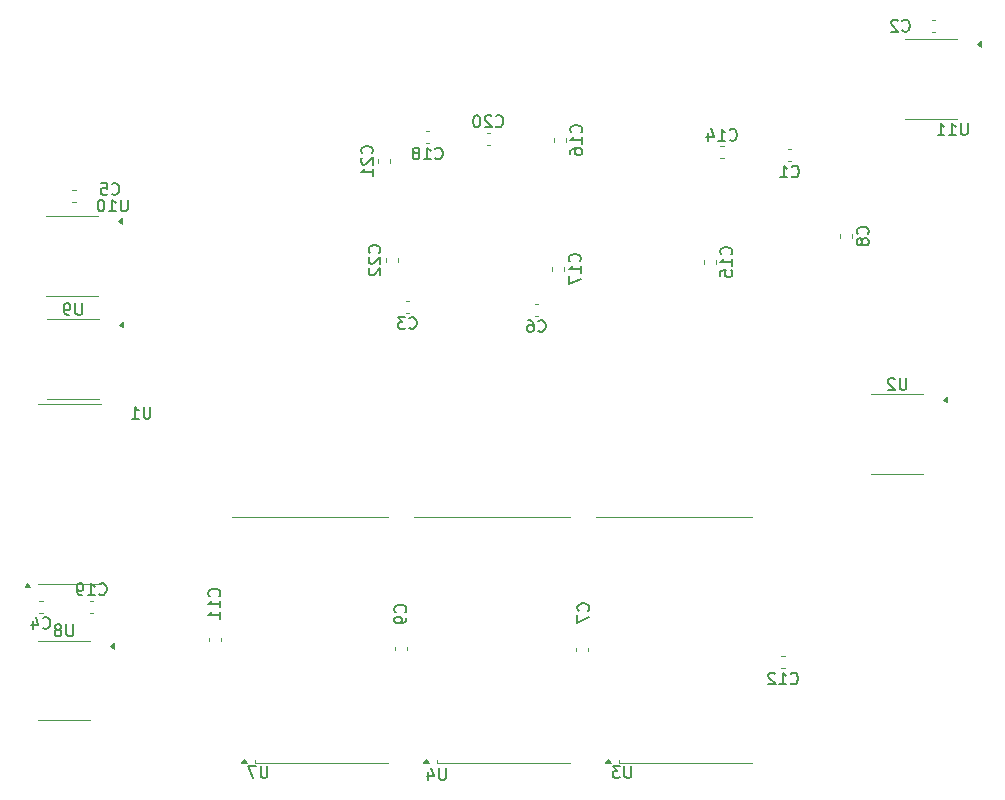
<source format=gbr>
%TF.GenerationSoftware,KiCad,Pcbnew,8.0.7-8.0.7-0~ubuntu22.04.1*%
%TF.CreationDate,2025-01-29T21:42:36+01:00*%
%TF.ProjectId,VideoBoard_v1,56696465-6f42-46f6-9172-645f76312e6b,rev?*%
%TF.SameCoordinates,Original*%
%TF.FileFunction,Legend,Bot*%
%TF.FilePolarity,Positive*%
%FSLAX46Y46*%
G04 Gerber Fmt 4.6, Leading zero omitted, Abs format (unit mm)*
G04 Created by KiCad (PCBNEW 8.0.7-8.0.7-0~ubuntu22.04.1) date 2025-01-29 21:42:36*
%MOMM*%
%LPD*%
G01*
G04 APERTURE LIST*
%ADD10C,0.150000*%
%ADD11C,0.120000*%
G04 APERTURE END LIST*
D10*
X96646904Y-126962819D02*
X96646904Y-127772342D01*
X96646904Y-127772342D02*
X96599285Y-127867580D01*
X96599285Y-127867580D02*
X96551666Y-127915200D01*
X96551666Y-127915200D02*
X96456428Y-127962819D01*
X96456428Y-127962819D02*
X96265952Y-127962819D01*
X96265952Y-127962819D02*
X96170714Y-127915200D01*
X96170714Y-127915200D02*
X96123095Y-127867580D01*
X96123095Y-127867580D02*
X96075476Y-127772342D01*
X96075476Y-127772342D02*
X96075476Y-126962819D01*
X95170714Y-127296152D02*
X95170714Y-127962819D01*
X95408809Y-126915200D02*
X95646904Y-127629485D01*
X95646904Y-127629485D02*
X95027857Y-127629485D01*
X120657857Y-73732580D02*
X120705476Y-73780200D01*
X120705476Y-73780200D02*
X120848333Y-73827819D01*
X120848333Y-73827819D02*
X120943571Y-73827819D01*
X120943571Y-73827819D02*
X121086428Y-73780200D01*
X121086428Y-73780200D02*
X121181666Y-73684961D01*
X121181666Y-73684961D02*
X121229285Y-73589723D01*
X121229285Y-73589723D02*
X121276904Y-73399247D01*
X121276904Y-73399247D02*
X121276904Y-73256390D01*
X121276904Y-73256390D02*
X121229285Y-73065914D01*
X121229285Y-73065914D02*
X121181666Y-72970676D01*
X121181666Y-72970676D02*
X121086428Y-72875438D01*
X121086428Y-72875438D02*
X120943571Y-72827819D01*
X120943571Y-72827819D02*
X120848333Y-72827819D01*
X120848333Y-72827819D02*
X120705476Y-72875438D01*
X120705476Y-72875438D02*
X120657857Y-72923057D01*
X119705476Y-73827819D02*
X120276904Y-73827819D01*
X119991190Y-73827819D02*
X119991190Y-72827819D01*
X119991190Y-72827819D02*
X120086428Y-72970676D01*
X120086428Y-72970676D02*
X120181666Y-73065914D01*
X120181666Y-73065914D02*
X120276904Y-73113533D01*
X118848333Y-73161152D02*
X118848333Y-73827819D01*
X119086428Y-72780200D02*
X119324523Y-73494485D01*
X119324523Y-73494485D02*
X118705476Y-73494485D01*
X135635904Y-93933819D02*
X135635904Y-94743342D01*
X135635904Y-94743342D02*
X135588285Y-94838580D01*
X135588285Y-94838580D02*
X135540666Y-94886200D01*
X135540666Y-94886200D02*
X135445428Y-94933819D01*
X135445428Y-94933819D02*
X135254952Y-94933819D01*
X135254952Y-94933819D02*
X135159714Y-94886200D01*
X135159714Y-94886200D02*
X135112095Y-94838580D01*
X135112095Y-94838580D02*
X135064476Y-94743342D01*
X135064476Y-94743342D02*
X135064476Y-93933819D01*
X134635904Y-94029057D02*
X134588285Y-93981438D01*
X134588285Y-93981438D02*
X134493047Y-93933819D01*
X134493047Y-93933819D02*
X134254952Y-93933819D01*
X134254952Y-93933819D02*
X134159714Y-93981438D01*
X134159714Y-93981438D02*
X134112095Y-94029057D01*
X134112095Y-94029057D02*
X134064476Y-94124295D01*
X134064476Y-94124295D02*
X134064476Y-94219533D01*
X134064476Y-94219533D02*
X134112095Y-94362390D01*
X134112095Y-94362390D02*
X134683523Y-94933819D01*
X134683523Y-94933819D02*
X134064476Y-94933819D01*
X125923166Y-76846580D02*
X125970785Y-76894200D01*
X125970785Y-76894200D02*
X126113642Y-76941819D01*
X126113642Y-76941819D02*
X126208880Y-76941819D01*
X126208880Y-76941819D02*
X126351737Y-76894200D01*
X126351737Y-76894200D02*
X126446975Y-76798961D01*
X126446975Y-76798961D02*
X126494594Y-76703723D01*
X126494594Y-76703723D02*
X126542213Y-76513247D01*
X126542213Y-76513247D02*
X126542213Y-76370390D01*
X126542213Y-76370390D02*
X126494594Y-76179914D01*
X126494594Y-76179914D02*
X126446975Y-76084676D01*
X126446975Y-76084676D02*
X126351737Y-75989438D01*
X126351737Y-75989438D02*
X126208880Y-75941819D01*
X126208880Y-75941819D02*
X126113642Y-75941819D01*
X126113642Y-75941819D02*
X125970785Y-75989438D01*
X125970785Y-75989438D02*
X125923166Y-76037057D01*
X124970785Y-76941819D02*
X125542213Y-76941819D01*
X125256499Y-76941819D02*
X125256499Y-75941819D01*
X125256499Y-75941819D02*
X125351737Y-76084676D01*
X125351737Y-76084676D02*
X125446975Y-76179914D01*
X125446975Y-76179914D02*
X125542213Y-76227533D01*
X132345580Y-81721833D02*
X132393200Y-81674214D01*
X132393200Y-81674214D02*
X132440819Y-81531357D01*
X132440819Y-81531357D02*
X132440819Y-81436119D01*
X132440819Y-81436119D02*
X132393200Y-81293262D01*
X132393200Y-81293262D02*
X132297961Y-81198024D01*
X132297961Y-81198024D02*
X132202723Y-81150405D01*
X132202723Y-81150405D02*
X132012247Y-81102786D01*
X132012247Y-81102786D02*
X131869390Y-81102786D01*
X131869390Y-81102786D02*
X131678914Y-81150405D01*
X131678914Y-81150405D02*
X131583676Y-81198024D01*
X131583676Y-81198024D02*
X131488438Y-81293262D01*
X131488438Y-81293262D02*
X131440819Y-81436119D01*
X131440819Y-81436119D02*
X131440819Y-81531357D01*
X131440819Y-81531357D02*
X131488438Y-81674214D01*
X131488438Y-81674214D02*
X131536057Y-81721833D01*
X131869390Y-82293262D02*
X131821771Y-82198024D01*
X131821771Y-82198024D02*
X131774152Y-82150405D01*
X131774152Y-82150405D02*
X131678914Y-82102786D01*
X131678914Y-82102786D02*
X131631295Y-82102786D01*
X131631295Y-82102786D02*
X131536057Y-82150405D01*
X131536057Y-82150405D02*
X131488438Y-82198024D01*
X131488438Y-82198024D02*
X131440819Y-82293262D01*
X131440819Y-82293262D02*
X131440819Y-82483738D01*
X131440819Y-82483738D02*
X131488438Y-82578976D01*
X131488438Y-82578976D02*
X131536057Y-82626595D01*
X131536057Y-82626595D02*
X131631295Y-82674214D01*
X131631295Y-82674214D02*
X131678914Y-82674214D01*
X131678914Y-82674214D02*
X131774152Y-82626595D01*
X131774152Y-82626595D02*
X131821771Y-82578976D01*
X131821771Y-82578976D02*
X131869390Y-82483738D01*
X131869390Y-82483738D02*
X131869390Y-82293262D01*
X131869390Y-82293262D02*
X131917009Y-82198024D01*
X131917009Y-82198024D02*
X131964628Y-82150405D01*
X131964628Y-82150405D02*
X132059866Y-82102786D01*
X132059866Y-82102786D02*
X132250342Y-82102786D01*
X132250342Y-82102786D02*
X132345580Y-82150405D01*
X132345580Y-82150405D02*
X132393200Y-82198024D01*
X132393200Y-82198024D02*
X132440819Y-82293262D01*
X132440819Y-82293262D02*
X132440819Y-82483738D01*
X132440819Y-82483738D02*
X132393200Y-82578976D01*
X132393200Y-82578976D02*
X132345580Y-82626595D01*
X132345580Y-82626595D02*
X132250342Y-82674214D01*
X132250342Y-82674214D02*
X132059866Y-82674214D01*
X132059866Y-82674214D02*
X131964628Y-82626595D01*
X131964628Y-82626595D02*
X131917009Y-82578976D01*
X131917009Y-82578976D02*
X131869390Y-82483738D01*
X65852404Y-87583819D02*
X65852404Y-88393342D01*
X65852404Y-88393342D02*
X65804785Y-88488580D01*
X65804785Y-88488580D02*
X65757166Y-88536200D01*
X65757166Y-88536200D02*
X65661928Y-88583819D01*
X65661928Y-88583819D02*
X65471452Y-88583819D01*
X65471452Y-88583819D02*
X65376214Y-88536200D01*
X65376214Y-88536200D02*
X65328595Y-88488580D01*
X65328595Y-88488580D02*
X65280976Y-88393342D01*
X65280976Y-88393342D02*
X65280976Y-87583819D01*
X64757166Y-88583819D02*
X64566690Y-88583819D01*
X64566690Y-88583819D02*
X64471452Y-88536200D01*
X64471452Y-88536200D02*
X64423833Y-88488580D01*
X64423833Y-88488580D02*
X64328595Y-88345723D01*
X64328595Y-88345723D02*
X64280976Y-88155247D01*
X64280976Y-88155247D02*
X64280976Y-87774295D01*
X64280976Y-87774295D02*
X64328595Y-87679057D01*
X64328595Y-87679057D02*
X64376214Y-87631438D01*
X64376214Y-87631438D02*
X64471452Y-87583819D01*
X64471452Y-87583819D02*
X64661928Y-87583819D01*
X64661928Y-87583819D02*
X64757166Y-87631438D01*
X64757166Y-87631438D02*
X64804785Y-87679057D01*
X64804785Y-87679057D02*
X64852404Y-87774295D01*
X64852404Y-87774295D02*
X64852404Y-88012390D01*
X64852404Y-88012390D02*
X64804785Y-88107628D01*
X64804785Y-88107628D02*
X64757166Y-88155247D01*
X64757166Y-88155247D02*
X64661928Y-88202866D01*
X64661928Y-88202866D02*
X64471452Y-88202866D01*
X64471452Y-88202866D02*
X64376214Y-88155247D01*
X64376214Y-88155247D02*
X64328595Y-88107628D01*
X64328595Y-88107628D02*
X64280976Y-88012390D01*
X77448580Y-112387142D02*
X77496200Y-112339523D01*
X77496200Y-112339523D02*
X77543819Y-112196666D01*
X77543819Y-112196666D02*
X77543819Y-112101428D01*
X77543819Y-112101428D02*
X77496200Y-111958571D01*
X77496200Y-111958571D02*
X77400961Y-111863333D01*
X77400961Y-111863333D02*
X77305723Y-111815714D01*
X77305723Y-111815714D02*
X77115247Y-111768095D01*
X77115247Y-111768095D02*
X76972390Y-111768095D01*
X76972390Y-111768095D02*
X76781914Y-111815714D01*
X76781914Y-111815714D02*
X76686676Y-111863333D01*
X76686676Y-111863333D02*
X76591438Y-111958571D01*
X76591438Y-111958571D02*
X76543819Y-112101428D01*
X76543819Y-112101428D02*
X76543819Y-112196666D01*
X76543819Y-112196666D02*
X76591438Y-112339523D01*
X76591438Y-112339523D02*
X76639057Y-112387142D01*
X77543819Y-113339523D02*
X77543819Y-112768095D01*
X77543819Y-113053809D02*
X76543819Y-113053809D01*
X76543819Y-113053809D02*
X76686676Y-112958571D01*
X76686676Y-112958571D02*
X76781914Y-112863333D01*
X76781914Y-112863333D02*
X76829533Y-112768095D01*
X77543819Y-114291904D02*
X77543819Y-113720476D01*
X77543819Y-114006190D02*
X76543819Y-114006190D01*
X76543819Y-114006190D02*
X76686676Y-113910952D01*
X76686676Y-113910952D02*
X76781914Y-113815714D01*
X76781914Y-113815714D02*
X76829533Y-113720476D01*
X68365666Y-78337580D02*
X68413285Y-78385200D01*
X68413285Y-78385200D02*
X68556142Y-78432819D01*
X68556142Y-78432819D02*
X68651380Y-78432819D01*
X68651380Y-78432819D02*
X68794237Y-78385200D01*
X68794237Y-78385200D02*
X68889475Y-78289961D01*
X68889475Y-78289961D02*
X68937094Y-78194723D01*
X68937094Y-78194723D02*
X68984713Y-78004247D01*
X68984713Y-78004247D02*
X68984713Y-77861390D01*
X68984713Y-77861390D02*
X68937094Y-77670914D01*
X68937094Y-77670914D02*
X68889475Y-77575676D01*
X68889475Y-77575676D02*
X68794237Y-77480438D01*
X68794237Y-77480438D02*
X68651380Y-77432819D01*
X68651380Y-77432819D02*
X68556142Y-77432819D01*
X68556142Y-77432819D02*
X68413285Y-77480438D01*
X68413285Y-77480438D02*
X68365666Y-77528057D01*
X67460904Y-77432819D02*
X67937094Y-77432819D01*
X67937094Y-77432819D02*
X67984713Y-77909009D01*
X67984713Y-77909009D02*
X67937094Y-77861390D01*
X67937094Y-77861390D02*
X67841856Y-77813771D01*
X67841856Y-77813771D02*
X67603761Y-77813771D01*
X67603761Y-77813771D02*
X67508523Y-77861390D01*
X67508523Y-77861390D02*
X67460904Y-77909009D01*
X67460904Y-77909009D02*
X67413285Y-78004247D01*
X67413285Y-78004247D02*
X67413285Y-78242342D01*
X67413285Y-78242342D02*
X67460904Y-78337580D01*
X67460904Y-78337580D02*
X67508523Y-78385200D01*
X67508523Y-78385200D02*
X67603761Y-78432819D01*
X67603761Y-78432819D02*
X67841856Y-78432819D01*
X67841856Y-78432819D02*
X67937094Y-78385200D01*
X67937094Y-78385200D02*
X67984713Y-78337580D01*
X69691094Y-78820819D02*
X69691094Y-79630342D01*
X69691094Y-79630342D02*
X69643475Y-79725580D01*
X69643475Y-79725580D02*
X69595856Y-79773200D01*
X69595856Y-79773200D02*
X69500618Y-79820819D01*
X69500618Y-79820819D02*
X69310142Y-79820819D01*
X69310142Y-79820819D02*
X69214904Y-79773200D01*
X69214904Y-79773200D02*
X69167285Y-79725580D01*
X69167285Y-79725580D02*
X69119666Y-79630342D01*
X69119666Y-79630342D02*
X69119666Y-78820819D01*
X68119666Y-79820819D02*
X68691094Y-79820819D01*
X68405380Y-79820819D02*
X68405380Y-78820819D01*
X68405380Y-78820819D02*
X68500618Y-78963676D01*
X68500618Y-78963676D02*
X68595856Y-79058914D01*
X68595856Y-79058914D02*
X68691094Y-79106533D01*
X67500618Y-78820819D02*
X67405380Y-78820819D01*
X67405380Y-78820819D02*
X67310142Y-78868438D01*
X67310142Y-78868438D02*
X67262523Y-78916057D01*
X67262523Y-78916057D02*
X67214904Y-79011295D01*
X67214904Y-79011295D02*
X67167285Y-79201771D01*
X67167285Y-79201771D02*
X67167285Y-79439866D01*
X67167285Y-79439866D02*
X67214904Y-79630342D01*
X67214904Y-79630342D02*
X67262523Y-79725580D01*
X67262523Y-79725580D02*
X67310142Y-79773200D01*
X67310142Y-79773200D02*
X67405380Y-79820819D01*
X67405380Y-79820819D02*
X67500618Y-79820819D01*
X67500618Y-79820819D02*
X67595856Y-79773200D01*
X67595856Y-79773200D02*
X67643475Y-79725580D01*
X67643475Y-79725580D02*
X67691094Y-79630342D01*
X67691094Y-79630342D02*
X67738713Y-79439866D01*
X67738713Y-79439866D02*
X67738713Y-79201771D01*
X67738713Y-79201771D02*
X67691094Y-79011295D01*
X67691094Y-79011295D02*
X67643475Y-78916057D01*
X67643475Y-78916057D02*
X67595856Y-78868438D01*
X67595856Y-78868438D02*
X67500618Y-78820819D01*
X107961580Y-84039642D02*
X108009200Y-83992023D01*
X108009200Y-83992023D02*
X108056819Y-83849166D01*
X108056819Y-83849166D02*
X108056819Y-83753928D01*
X108056819Y-83753928D02*
X108009200Y-83611071D01*
X108009200Y-83611071D02*
X107913961Y-83515833D01*
X107913961Y-83515833D02*
X107818723Y-83468214D01*
X107818723Y-83468214D02*
X107628247Y-83420595D01*
X107628247Y-83420595D02*
X107485390Y-83420595D01*
X107485390Y-83420595D02*
X107294914Y-83468214D01*
X107294914Y-83468214D02*
X107199676Y-83515833D01*
X107199676Y-83515833D02*
X107104438Y-83611071D01*
X107104438Y-83611071D02*
X107056819Y-83753928D01*
X107056819Y-83753928D02*
X107056819Y-83849166D01*
X107056819Y-83849166D02*
X107104438Y-83992023D01*
X107104438Y-83992023D02*
X107152057Y-84039642D01*
X108056819Y-84992023D02*
X108056819Y-84420595D01*
X108056819Y-84706309D02*
X107056819Y-84706309D01*
X107056819Y-84706309D02*
X107199676Y-84611071D01*
X107199676Y-84611071D02*
X107294914Y-84515833D01*
X107294914Y-84515833D02*
X107342533Y-84420595D01*
X107056819Y-85325357D02*
X107056819Y-85992023D01*
X107056819Y-85992023D02*
X108056819Y-85563452D01*
X108088580Y-73117642D02*
X108136200Y-73070023D01*
X108136200Y-73070023D02*
X108183819Y-72927166D01*
X108183819Y-72927166D02*
X108183819Y-72831928D01*
X108183819Y-72831928D02*
X108136200Y-72689071D01*
X108136200Y-72689071D02*
X108040961Y-72593833D01*
X108040961Y-72593833D02*
X107945723Y-72546214D01*
X107945723Y-72546214D02*
X107755247Y-72498595D01*
X107755247Y-72498595D02*
X107612390Y-72498595D01*
X107612390Y-72498595D02*
X107421914Y-72546214D01*
X107421914Y-72546214D02*
X107326676Y-72593833D01*
X107326676Y-72593833D02*
X107231438Y-72689071D01*
X107231438Y-72689071D02*
X107183819Y-72831928D01*
X107183819Y-72831928D02*
X107183819Y-72927166D01*
X107183819Y-72927166D02*
X107231438Y-73070023D01*
X107231438Y-73070023D02*
X107279057Y-73117642D01*
X108183819Y-74070023D02*
X108183819Y-73498595D01*
X108183819Y-73784309D02*
X107183819Y-73784309D01*
X107183819Y-73784309D02*
X107326676Y-73689071D01*
X107326676Y-73689071D02*
X107421914Y-73593833D01*
X107421914Y-73593833D02*
X107469533Y-73498595D01*
X107183819Y-74927166D02*
X107183819Y-74736690D01*
X107183819Y-74736690D02*
X107231438Y-74641452D01*
X107231438Y-74641452D02*
X107279057Y-74593833D01*
X107279057Y-74593833D02*
X107421914Y-74498595D01*
X107421914Y-74498595D02*
X107612390Y-74450976D01*
X107612390Y-74450976D02*
X107993342Y-74450976D01*
X107993342Y-74450976D02*
X108088580Y-74498595D01*
X108088580Y-74498595D02*
X108136200Y-74546214D01*
X108136200Y-74546214D02*
X108183819Y-74641452D01*
X108183819Y-74641452D02*
X108183819Y-74831928D01*
X108183819Y-74831928D02*
X108136200Y-74927166D01*
X108136200Y-74927166D02*
X108088580Y-74974785D01*
X108088580Y-74974785D02*
X107993342Y-75022404D01*
X107993342Y-75022404D02*
X107755247Y-75022404D01*
X107755247Y-75022404D02*
X107660009Y-74974785D01*
X107660009Y-74974785D02*
X107612390Y-74927166D01*
X107612390Y-74927166D02*
X107564771Y-74831928D01*
X107564771Y-74831928D02*
X107564771Y-74641452D01*
X107564771Y-74641452D02*
X107612390Y-74546214D01*
X107612390Y-74546214D02*
X107660009Y-74498595D01*
X107660009Y-74498595D02*
X107755247Y-74450976D01*
X93196580Y-113752333D02*
X93244200Y-113704714D01*
X93244200Y-113704714D02*
X93291819Y-113561857D01*
X93291819Y-113561857D02*
X93291819Y-113466619D01*
X93291819Y-113466619D02*
X93244200Y-113323762D01*
X93244200Y-113323762D02*
X93148961Y-113228524D01*
X93148961Y-113228524D02*
X93053723Y-113180905D01*
X93053723Y-113180905D02*
X92863247Y-113133286D01*
X92863247Y-113133286D02*
X92720390Y-113133286D01*
X92720390Y-113133286D02*
X92529914Y-113180905D01*
X92529914Y-113180905D02*
X92434676Y-113228524D01*
X92434676Y-113228524D02*
X92339438Y-113323762D01*
X92339438Y-113323762D02*
X92291819Y-113466619D01*
X92291819Y-113466619D02*
X92291819Y-113561857D01*
X92291819Y-113561857D02*
X92339438Y-113704714D01*
X92339438Y-113704714D02*
X92387057Y-113752333D01*
X93291819Y-114228524D02*
X93291819Y-114419000D01*
X93291819Y-114419000D02*
X93244200Y-114514238D01*
X93244200Y-114514238D02*
X93196580Y-114561857D01*
X93196580Y-114561857D02*
X93053723Y-114657095D01*
X93053723Y-114657095D02*
X92863247Y-114704714D01*
X92863247Y-114704714D02*
X92482295Y-114704714D01*
X92482295Y-114704714D02*
X92387057Y-114657095D01*
X92387057Y-114657095D02*
X92339438Y-114609476D01*
X92339438Y-114609476D02*
X92291819Y-114514238D01*
X92291819Y-114514238D02*
X92291819Y-114323762D01*
X92291819Y-114323762D02*
X92339438Y-114228524D01*
X92339438Y-114228524D02*
X92387057Y-114180905D01*
X92387057Y-114180905D02*
X92482295Y-114133286D01*
X92482295Y-114133286D02*
X92720390Y-114133286D01*
X92720390Y-114133286D02*
X92815628Y-114180905D01*
X92815628Y-114180905D02*
X92863247Y-114228524D01*
X92863247Y-114228524D02*
X92910866Y-114323762D01*
X92910866Y-114323762D02*
X92910866Y-114514238D01*
X92910866Y-114514238D02*
X92863247Y-114609476D01*
X92863247Y-114609476D02*
X92815628Y-114657095D01*
X92815628Y-114657095D02*
X92720390Y-114704714D01*
X120788580Y-83457642D02*
X120836200Y-83410023D01*
X120836200Y-83410023D02*
X120883819Y-83267166D01*
X120883819Y-83267166D02*
X120883819Y-83171928D01*
X120883819Y-83171928D02*
X120836200Y-83029071D01*
X120836200Y-83029071D02*
X120740961Y-82933833D01*
X120740961Y-82933833D02*
X120645723Y-82886214D01*
X120645723Y-82886214D02*
X120455247Y-82838595D01*
X120455247Y-82838595D02*
X120312390Y-82838595D01*
X120312390Y-82838595D02*
X120121914Y-82886214D01*
X120121914Y-82886214D02*
X120026676Y-82933833D01*
X120026676Y-82933833D02*
X119931438Y-83029071D01*
X119931438Y-83029071D02*
X119883819Y-83171928D01*
X119883819Y-83171928D02*
X119883819Y-83267166D01*
X119883819Y-83267166D02*
X119931438Y-83410023D01*
X119931438Y-83410023D02*
X119979057Y-83457642D01*
X120883819Y-84410023D02*
X120883819Y-83838595D01*
X120883819Y-84124309D02*
X119883819Y-84124309D01*
X119883819Y-84124309D02*
X120026676Y-84029071D01*
X120026676Y-84029071D02*
X120121914Y-83933833D01*
X120121914Y-83933833D02*
X120169533Y-83838595D01*
X119883819Y-85314785D02*
X119883819Y-84838595D01*
X119883819Y-84838595D02*
X120360009Y-84790976D01*
X120360009Y-84790976D02*
X120312390Y-84838595D01*
X120312390Y-84838595D02*
X120264771Y-84933833D01*
X120264771Y-84933833D02*
X120264771Y-85171928D01*
X120264771Y-85171928D02*
X120312390Y-85267166D01*
X120312390Y-85267166D02*
X120360009Y-85314785D01*
X120360009Y-85314785D02*
X120455247Y-85362404D01*
X120455247Y-85362404D02*
X120693342Y-85362404D01*
X120693342Y-85362404D02*
X120788580Y-85314785D01*
X120788580Y-85314785D02*
X120836200Y-85267166D01*
X120836200Y-85267166D02*
X120883819Y-85171928D01*
X120883819Y-85171928D02*
X120883819Y-84933833D01*
X120883819Y-84933833D02*
X120836200Y-84838595D01*
X120836200Y-84838595D02*
X120788580Y-84790976D01*
X100872357Y-72589580D02*
X100919976Y-72637200D01*
X100919976Y-72637200D02*
X101062833Y-72684819D01*
X101062833Y-72684819D02*
X101158071Y-72684819D01*
X101158071Y-72684819D02*
X101300928Y-72637200D01*
X101300928Y-72637200D02*
X101396166Y-72541961D01*
X101396166Y-72541961D02*
X101443785Y-72446723D01*
X101443785Y-72446723D02*
X101491404Y-72256247D01*
X101491404Y-72256247D02*
X101491404Y-72113390D01*
X101491404Y-72113390D02*
X101443785Y-71922914D01*
X101443785Y-71922914D02*
X101396166Y-71827676D01*
X101396166Y-71827676D02*
X101300928Y-71732438D01*
X101300928Y-71732438D02*
X101158071Y-71684819D01*
X101158071Y-71684819D02*
X101062833Y-71684819D01*
X101062833Y-71684819D02*
X100919976Y-71732438D01*
X100919976Y-71732438D02*
X100872357Y-71780057D01*
X100491404Y-71780057D02*
X100443785Y-71732438D01*
X100443785Y-71732438D02*
X100348547Y-71684819D01*
X100348547Y-71684819D02*
X100110452Y-71684819D01*
X100110452Y-71684819D02*
X100015214Y-71732438D01*
X100015214Y-71732438D02*
X99967595Y-71780057D01*
X99967595Y-71780057D02*
X99919976Y-71875295D01*
X99919976Y-71875295D02*
X99919976Y-71970533D01*
X99919976Y-71970533D02*
X99967595Y-72113390D01*
X99967595Y-72113390D02*
X100539023Y-72684819D01*
X100539023Y-72684819D02*
X99919976Y-72684819D01*
X99300928Y-71684819D02*
X99205690Y-71684819D01*
X99205690Y-71684819D02*
X99110452Y-71732438D01*
X99110452Y-71732438D02*
X99062833Y-71780057D01*
X99062833Y-71780057D02*
X99015214Y-71875295D01*
X99015214Y-71875295D02*
X98967595Y-72065771D01*
X98967595Y-72065771D02*
X98967595Y-72303866D01*
X98967595Y-72303866D02*
X99015214Y-72494342D01*
X99015214Y-72494342D02*
X99062833Y-72589580D01*
X99062833Y-72589580D02*
X99110452Y-72637200D01*
X99110452Y-72637200D02*
X99205690Y-72684819D01*
X99205690Y-72684819D02*
X99300928Y-72684819D01*
X99300928Y-72684819D02*
X99396166Y-72637200D01*
X99396166Y-72637200D02*
X99443785Y-72589580D01*
X99443785Y-72589580D02*
X99491404Y-72494342D01*
X99491404Y-72494342D02*
X99539023Y-72303866D01*
X99539023Y-72303866D02*
X99539023Y-72065771D01*
X99539023Y-72065771D02*
X99491404Y-71875295D01*
X99491404Y-71875295D02*
X99443785Y-71780057D01*
X99443785Y-71780057D02*
X99396166Y-71732438D01*
X99396166Y-71732438D02*
X99300928Y-71684819D01*
X140811094Y-72352819D02*
X140811094Y-73162342D01*
X140811094Y-73162342D02*
X140763475Y-73257580D01*
X140763475Y-73257580D02*
X140715856Y-73305200D01*
X140715856Y-73305200D02*
X140620618Y-73352819D01*
X140620618Y-73352819D02*
X140430142Y-73352819D01*
X140430142Y-73352819D02*
X140334904Y-73305200D01*
X140334904Y-73305200D02*
X140287285Y-73257580D01*
X140287285Y-73257580D02*
X140239666Y-73162342D01*
X140239666Y-73162342D02*
X140239666Y-72352819D01*
X139239666Y-73352819D02*
X139811094Y-73352819D01*
X139525380Y-73352819D02*
X139525380Y-72352819D01*
X139525380Y-72352819D02*
X139620618Y-72495676D01*
X139620618Y-72495676D02*
X139715856Y-72590914D01*
X139715856Y-72590914D02*
X139811094Y-72638533D01*
X138287285Y-73352819D02*
X138858713Y-73352819D01*
X138572999Y-73352819D02*
X138572999Y-72352819D01*
X138572999Y-72352819D02*
X138668237Y-72495676D01*
X138668237Y-72495676D02*
X138763475Y-72590914D01*
X138763475Y-72590914D02*
X138858713Y-72638533D01*
X112337340Y-126782819D02*
X112337340Y-127592342D01*
X112337340Y-127592342D02*
X112289721Y-127687580D01*
X112289721Y-127687580D02*
X112242102Y-127735200D01*
X112242102Y-127735200D02*
X112146864Y-127782819D01*
X112146864Y-127782819D02*
X111956388Y-127782819D01*
X111956388Y-127782819D02*
X111861150Y-127735200D01*
X111861150Y-127735200D02*
X111813531Y-127687580D01*
X111813531Y-127687580D02*
X111765912Y-127592342D01*
X111765912Y-127592342D02*
X111765912Y-126782819D01*
X111384959Y-126782819D02*
X110765912Y-126782819D01*
X110765912Y-126782819D02*
X111099245Y-127163771D01*
X111099245Y-127163771D02*
X110956388Y-127163771D01*
X110956388Y-127163771D02*
X110861150Y-127211390D01*
X110861150Y-127211390D02*
X110813531Y-127259009D01*
X110813531Y-127259009D02*
X110765912Y-127354247D01*
X110765912Y-127354247D02*
X110765912Y-127592342D01*
X110765912Y-127592342D02*
X110813531Y-127687580D01*
X110813531Y-127687580D02*
X110861150Y-127735200D01*
X110861150Y-127735200D02*
X110956388Y-127782819D01*
X110956388Y-127782819D02*
X111242102Y-127782819D01*
X111242102Y-127782819D02*
X111337340Y-127735200D01*
X111337340Y-127735200D02*
X111384959Y-127687580D01*
X95739357Y-75322580D02*
X95786976Y-75370200D01*
X95786976Y-75370200D02*
X95929833Y-75417819D01*
X95929833Y-75417819D02*
X96025071Y-75417819D01*
X96025071Y-75417819D02*
X96167928Y-75370200D01*
X96167928Y-75370200D02*
X96263166Y-75274961D01*
X96263166Y-75274961D02*
X96310785Y-75179723D01*
X96310785Y-75179723D02*
X96358404Y-74989247D01*
X96358404Y-74989247D02*
X96358404Y-74846390D01*
X96358404Y-74846390D02*
X96310785Y-74655914D01*
X96310785Y-74655914D02*
X96263166Y-74560676D01*
X96263166Y-74560676D02*
X96167928Y-74465438D01*
X96167928Y-74465438D02*
X96025071Y-74417819D01*
X96025071Y-74417819D02*
X95929833Y-74417819D01*
X95929833Y-74417819D02*
X95786976Y-74465438D01*
X95786976Y-74465438D02*
X95739357Y-74513057D01*
X94786976Y-75417819D02*
X95358404Y-75417819D01*
X95072690Y-75417819D02*
X95072690Y-74417819D01*
X95072690Y-74417819D02*
X95167928Y-74560676D01*
X95167928Y-74560676D02*
X95263166Y-74655914D01*
X95263166Y-74655914D02*
X95358404Y-74703533D01*
X94215547Y-74846390D02*
X94310785Y-74798771D01*
X94310785Y-74798771D02*
X94358404Y-74751152D01*
X94358404Y-74751152D02*
X94406023Y-74655914D01*
X94406023Y-74655914D02*
X94406023Y-74608295D01*
X94406023Y-74608295D02*
X94358404Y-74513057D01*
X94358404Y-74513057D02*
X94310785Y-74465438D01*
X94310785Y-74465438D02*
X94215547Y-74417819D01*
X94215547Y-74417819D02*
X94025071Y-74417819D01*
X94025071Y-74417819D02*
X93929833Y-74465438D01*
X93929833Y-74465438D02*
X93882214Y-74513057D01*
X93882214Y-74513057D02*
X93834595Y-74608295D01*
X93834595Y-74608295D02*
X93834595Y-74655914D01*
X93834595Y-74655914D02*
X93882214Y-74751152D01*
X93882214Y-74751152D02*
X93929833Y-74798771D01*
X93929833Y-74798771D02*
X94025071Y-74846390D01*
X94025071Y-74846390D02*
X94215547Y-74846390D01*
X94215547Y-74846390D02*
X94310785Y-74894009D01*
X94310785Y-74894009D02*
X94358404Y-74941628D01*
X94358404Y-74941628D02*
X94406023Y-75036866D01*
X94406023Y-75036866D02*
X94406023Y-75227342D01*
X94406023Y-75227342D02*
X94358404Y-75322580D01*
X94358404Y-75322580D02*
X94310785Y-75370200D01*
X94310785Y-75370200D02*
X94215547Y-75417819D01*
X94215547Y-75417819D02*
X94025071Y-75417819D01*
X94025071Y-75417819D02*
X93929833Y-75370200D01*
X93929833Y-75370200D02*
X93882214Y-75322580D01*
X93882214Y-75322580D02*
X93834595Y-75227342D01*
X93834595Y-75227342D02*
X93834595Y-75036866D01*
X93834595Y-75036866D02*
X93882214Y-74941628D01*
X93882214Y-74941628D02*
X93929833Y-74894009D01*
X93929833Y-74894009D02*
X94025071Y-74846390D01*
X90369580Y-74895642D02*
X90417200Y-74848023D01*
X90417200Y-74848023D02*
X90464819Y-74705166D01*
X90464819Y-74705166D02*
X90464819Y-74609928D01*
X90464819Y-74609928D02*
X90417200Y-74467071D01*
X90417200Y-74467071D02*
X90321961Y-74371833D01*
X90321961Y-74371833D02*
X90226723Y-74324214D01*
X90226723Y-74324214D02*
X90036247Y-74276595D01*
X90036247Y-74276595D02*
X89893390Y-74276595D01*
X89893390Y-74276595D02*
X89702914Y-74324214D01*
X89702914Y-74324214D02*
X89607676Y-74371833D01*
X89607676Y-74371833D02*
X89512438Y-74467071D01*
X89512438Y-74467071D02*
X89464819Y-74609928D01*
X89464819Y-74609928D02*
X89464819Y-74705166D01*
X89464819Y-74705166D02*
X89512438Y-74848023D01*
X89512438Y-74848023D02*
X89560057Y-74895642D01*
X89560057Y-75276595D02*
X89512438Y-75324214D01*
X89512438Y-75324214D02*
X89464819Y-75419452D01*
X89464819Y-75419452D02*
X89464819Y-75657547D01*
X89464819Y-75657547D02*
X89512438Y-75752785D01*
X89512438Y-75752785D02*
X89560057Y-75800404D01*
X89560057Y-75800404D02*
X89655295Y-75848023D01*
X89655295Y-75848023D02*
X89750533Y-75848023D01*
X89750533Y-75848023D02*
X89893390Y-75800404D01*
X89893390Y-75800404D02*
X90464819Y-75228976D01*
X90464819Y-75228976D02*
X90464819Y-75848023D01*
X90464819Y-76800404D02*
X90464819Y-76228976D01*
X90464819Y-76514690D02*
X89464819Y-76514690D01*
X89464819Y-76514690D02*
X89607676Y-76419452D01*
X89607676Y-76419452D02*
X89702914Y-76324214D01*
X89702914Y-76324214D02*
X89750533Y-76228976D01*
X93538166Y-89673580D02*
X93585785Y-89721200D01*
X93585785Y-89721200D02*
X93728642Y-89768819D01*
X93728642Y-89768819D02*
X93823880Y-89768819D01*
X93823880Y-89768819D02*
X93966737Y-89721200D01*
X93966737Y-89721200D02*
X94061975Y-89625961D01*
X94061975Y-89625961D02*
X94109594Y-89530723D01*
X94109594Y-89530723D02*
X94157213Y-89340247D01*
X94157213Y-89340247D02*
X94157213Y-89197390D01*
X94157213Y-89197390D02*
X94109594Y-89006914D01*
X94109594Y-89006914D02*
X94061975Y-88911676D01*
X94061975Y-88911676D02*
X93966737Y-88816438D01*
X93966737Y-88816438D02*
X93823880Y-88768819D01*
X93823880Y-88768819D02*
X93728642Y-88768819D01*
X93728642Y-88768819D02*
X93585785Y-88816438D01*
X93585785Y-88816438D02*
X93538166Y-88864057D01*
X93204832Y-88768819D02*
X92585785Y-88768819D01*
X92585785Y-88768819D02*
X92919118Y-89149771D01*
X92919118Y-89149771D02*
X92776261Y-89149771D01*
X92776261Y-89149771D02*
X92681023Y-89197390D01*
X92681023Y-89197390D02*
X92633404Y-89245009D01*
X92633404Y-89245009D02*
X92585785Y-89340247D01*
X92585785Y-89340247D02*
X92585785Y-89578342D01*
X92585785Y-89578342D02*
X92633404Y-89673580D01*
X92633404Y-89673580D02*
X92681023Y-89721200D01*
X92681023Y-89721200D02*
X92776261Y-89768819D01*
X92776261Y-89768819D02*
X93061975Y-89768819D01*
X93061975Y-89768819D02*
X93157213Y-89721200D01*
X93157213Y-89721200D02*
X93204832Y-89673580D01*
X104460166Y-89927580D02*
X104507785Y-89975200D01*
X104507785Y-89975200D02*
X104650642Y-90022819D01*
X104650642Y-90022819D02*
X104745880Y-90022819D01*
X104745880Y-90022819D02*
X104888737Y-89975200D01*
X104888737Y-89975200D02*
X104983975Y-89879961D01*
X104983975Y-89879961D02*
X105031594Y-89784723D01*
X105031594Y-89784723D02*
X105079213Y-89594247D01*
X105079213Y-89594247D02*
X105079213Y-89451390D01*
X105079213Y-89451390D02*
X105031594Y-89260914D01*
X105031594Y-89260914D02*
X104983975Y-89165676D01*
X104983975Y-89165676D02*
X104888737Y-89070438D01*
X104888737Y-89070438D02*
X104745880Y-89022819D01*
X104745880Y-89022819D02*
X104650642Y-89022819D01*
X104650642Y-89022819D02*
X104507785Y-89070438D01*
X104507785Y-89070438D02*
X104460166Y-89118057D01*
X103603023Y-89022819D02*
X103793499Y-89022819D01*
X103793499Y-89022819D02*
X103888737Y-89070438D01*
X103888737Y-89070438D02*
X103936356Y-89118057D01*
X103936356Y-89118057D02*
X104031594Y-89260914D01*
X104031594Y-89260914D02*
X104079213Y-89451390D01*
X104079213Y-89451390D02*
X104079213Y-89832342D01*
X104079213Y-89832342D02*
X104031594Y-89927580D01*
X104031594Y-89927580D02*
X103983975Y-89975200D01*
X103983975Y-89975200D02*
X103888737Y-90022819D01*
X103888737Y-90022819D02*
X103698261Y-90022819D01*
X103698261Y-90022819D02*
X103603023Y-89975200D01*
X103603023Y-89975200D02*
X103555404Y-89927580D01*
X103555404Y-89927580D02*
X103507785Y-89832342D01*
X103507785Y-89832342D02*
X103507785Y-89594247D01*
X103507785Y-89594247D02*
X103555404Y-89499009D01*
X103555404Y-89499009D02*
X103603023Y-89451390D01*
X103603023Y-89451390D02*
X103698261Y-89403771D01*
X103698261Y-89403771D02*
X103888737Y-89403771D01*
X103888737Y-89403771D02*
X103983975Y-89451390D01*
X103983975Y-89451390D02*
X104031594Y-89499009D01*
X104031594Y-89499009D02*
X104079213Y-89594247D01*
X125838357Y-119772580D02*
X125885976Y-119820200D01*
X125885976Y-119820200D02*
X126028833Y-119867819D01*
X126028833Y-119867819D02*
X126124071Y-119867819D01*
X126124071Y-119867819D02*
X126266928Y-119820200D01*
X126266928Y-119820200D02*
X126362166Y-119724961D01*
X126362166Y-119724961D02*
X126409785Y-119629723D01*
X126409785Y-119629723D02*
X126457404Y-119439247D01*
X126457404Y-119439247D02*
X126457404Y-119296390D01*
X126457404Y-119296390D02*
X126409785Y-119105914D01*
X126409785Y-119105914D02*
X126362166Y-119010676D01*
X126362166Y-119010676D02*
X126266928Y-118915438D01*
X126266928Y-118915438D02*
X126124071Y-118867819D01*
X126124071Y-118867819D02*
X126028833Y-118867819D01*
X126028833Y-118867819D02*
X125885976Y-118915438D01*
X125885976Y-118915438D02*
X125838357Y-118963057D01*
X124885976Y-119867819D02*
X125457404Y-119867819D01*
X125171690Y-119867819D02*
X125171690Y-118867819D01*
X125171690Y-118867819D02*
X125266928Y-119010676D01*
X125266928Y-119010676D02*
X125362166Y-119105914D01*
X125362166Y-119105914D02*
X125457404Y-119153533D01*
X124505023Y-118963057D02*
X124457404Y-118915438D01*
X124457404Y-118915438D02*
X124362166Y-118867819D01*
X124362166Y-118867819D02*
X124124071Y-118867819D01*
X124124071Y-118867819D02*
X124028833Y-118915438D01*
X124028833Y-118915438D02*
X123981214Y-118963057D01*
X123981214Y-118963057D02*
X123933595Y-119058295D01*
X123933595Y-119058295D02*
X123933595Y-119153533D01*
X123933595Y-119153533D02*
X123981214Y-119296390D01*
X123981214Y-119296390D02*
X124552642Y-119867819D01*
X124552642Y-119867819D02*
X123933595Y-119867819D01*
X135294666Y-64494580D02*
X135342285Y-64542200D01*
X135342285Y-64542200D02*
X135485142Y-64589819D01*
X135485142Y-64589819D02*
X135580380Y-64589819D01*
X135580380Y-64589819D02*
X135723237Y-64542200D01*
X135723237Y-64542200D02*
X135818475Y-64446961D01*
X135818475Y-64446961D02*
X135866094Y-64351723D01*
X135866094Y-64351723D02*
X135913713Y-64161247D01*
X135913713Y-64161247D02*
X135913713Y-64018390D01*
X135913713Y-64018390D02*
X135866094Y-63827914D01*
X135866094Y-63827914D02*
X135818475Y-63732676D01*
X135818475Y-63732676D02*
X135723237Y-63637438D01*
X135723237Y-63637438D02*
X135580380Y-63589819D01*
X135580380Y-63589819D02*
X135485142Y-63589819D01*
X135485142Y-63589819D02*
X135342285Y-63637438D01*
X135342285Y-63637438D02*
X135294666Y-63685057D01*
X134913713Y-63685057D02*
X134866094Y-63637438D01*
X134866094Y-63637438D02*
X134770856Y-63589819D01*
X134770856Y-63589819D02*
X134532761Y-63589819D01*
X134532761Y-63589819D02*
X134437523Y-63637438D01*
X134437523Y-63637438D02*
X134389904Y-63685057D01*
X134389904Y-63685057D02*
X134342285Y-63780295D01*
X134342285Y-63780295D02*
X134342285Y-63875533D01*
X134342285Y-63875533D02*
X134389904Y-64018390D01*
X134389904Y-64018390D02*
X134961332Y-64589819D01*
X134961332Y-64589819D02*
X134342285Y-64589819D01*
X71627904Y-96355819D02*
X71627904Y-97165342D01*
X71627904Y-97165342D02*
X71580285Y-97260580D01*
X71580285Y-97260580D02*
X71532666Y-97308200D01*
X71532666Y-97308200D02*
X71437428Y-97355819D01*
X71437428Y-97355819D02*
X71246952Y-97355819D01*
X71246952Y-97355819D02*
X71151714Y-97308200D01*
X71151714Y-97308200D02*
X71104095Y-97260580D01*
X71104095Y-97260580D02*
X71056476Y-97165342D01*
X71056476Y-97165342D02*
X71056476Y-96355819D01*
X70056476Y-97355819D02*
X70627904Y-97355819D01*
X70342190Y-97355819D02*
X70342190Y-96355819D01*
X70342190Y-96355819D02*
X70437428Y-96498676D01*
X70437428Y-96498676D02*
X70532666Y-96593914D01*
X70532666Y-96593914D02*
X70627904Y-96641533D01*
X67291357Y-112213580D02*
X67338976Y-112261200D01*
X67338976Y-112261200D02*
X67481833Y-112308819D01*
X67481833Y-112308819D02*
X67577071Y-112308819D01*
X67577071Y-112308819D02*
X67719928Y-112261200D01*
X67719928Y-112261200D02*
X67815166Y-112165961D01*
X67815166Y-112165961D02*
X67862785Y-112070723D01*
X67862785Y-112070723D02*
X67910404Y-111880247D01*
X67910404Y-111880247D02*
X67910404Y-111737390D01*
X67910404Y-111737390D02*
X67862785Y-111546914D01*
X67862785Y-111546914D02*
X67815166Y-111451676D01*
X67815166Y-111451676D02*
X67719928Y-111356438D01*
X67719928Y-111356438D02*
X67577071Y-111308819D01*
X67577071Y-111308819D02*
X67481833Y-111308819D01*
X67481833Y-111308819D02*
X67338976Y-111356438D01*
X67338976Y-111356438D02*
X67291357Y-111404057D01*
X66338976Y-112308819D02*
X66910404Y-112308819D01*
X66624690Y-112308819D02*
X66624690Y-111308819D01*
X66624690Y-111308819D02*
X66719928Y-111451676D01*
X66719928Y-111451676D02*
X66815166Y-111546914D01*
X66815166Y-111546914D02*
X66910404Y-111594533D01*
X65862785Y-112308819D02*
X65672309Y-112308819D01*
X65672309Y-112308819D02*
X65577071Y-112261200D01*
X65577071Y-112261200D02*
X65529452Y-112213580D01*
X65529452Y-112213580D02*
X65434214Y-112070723D01*
X65434214Y-112070723D02*
X65386595Y-111880247D01*
X65386595Y-111880247D02*
X65386595Y-111499295D01*
X65386595Y-111499295D02*
X65434214Y-111404057D01*
X65434214Y-111404057D02*
X65481833Y-111356438D01*
X65481833Y-111356438D02*
X65577071Y-111308819D01*
X65577071Y-111308819D02*
X65767547Y-111308819D01*
X65767547Y-111308819D02*
X65862785Y-111356438D01*
X65862785Y-111356438D02*
X65910404Y-111404057D01*
X65910404Y-111404057D02*
X65958023Y-111499295D01*
X65958023Y-111499295D02*
X65958023Y-111737390D01*
X65958023Y-111737390D02*
X65910404Y-111832628D01*
X65910404Y-111832628D02*
X65862785Y-111880247D01*
X65862785Y-111880247D02*
X65767547Y-111927866D01*
X65767547Y-111927866D02*
X65577071Y-111927866D01*
X65577071Y-111927866D02*
X65481833Y-111880247D01*
X65481833Y-111880247D02*
X65434214Y-111832628D01*
X65434214Y-111832628D02*
X65386595Y-111737390D01*
X91004580Y-83304142D02*
X91052200Y-83256523D01*
X91052200Y-83256523D02*
X91099819Y-83113666D01*
X91099819Y-83113666D02*
X91099819Y-83018428D01*
X91099819Y-83018428D02*
X91052200Y-82875571D01*
X91052200Y-82875571D02*
X90956961Y-82780333D01*
X90956961Y-82780333D02*
X90861723Y-82732714D01*
X90861723Y-82732714D02*
X90671247Y-82685095D01*
X90671247Y-82685095D02*
X90528390Y-82685095D01*
X90528390Y-82685095D02*
X90337914Y-82732714D01*
X90337914Y-82732714D02*
X90242676Y-82780333D01*
X90242676Y-82780333D02*
X90147438Y-82875571D01*
X90147438Y-82875571D02*
X90099819Y-83018428D01*
X90099819Y-83018428D02*
X90099819Y-83113666D01*
X90099819Y-83113666D02*
X90147438Y-83256523D01*
X90147438Y-83256523D02*
X90195057Y-83304142D01*
X90195057Y-83685095D02*
X90147438Y-83732714D01*
X90147438Y-83732714D02*
X90099819Y-83827952D01*
X90099819Y-83827952D02*
X90099819Y-84066047D01*
X90099819Y-84066047D02*
X90147438Y-84161285D01*
X90147438Y-84161285D02*
X90195057Y-84208904D01*
X90195057Y-84208904D02*
X90290295Y-84256523D01*
X90290295Y-84256523D02*
X90385533Y-84256523D01*
X90385533Y-84256523D02*
X90528390Y-84208904D01*
X90528390Y-84208904D02*
X91099819Y-83637476D01*
X91099819Y-83637476D02*
X91099819Y-84256523D01*
X90195057Y-84637476D02*
X90147438Y-84685095D01*
X90147438Y-84685095D02*
X90099819Y-84780333D01*
X90099819Y-84780333D02*
X90099819Y-85018428D01*
X90099819Y-85018428D02*
X90147438Y-85113666D01*
X90147438Y-85113666D02*
X90195057Y-85161285D01*
X90195057Y-85161285D02*
X90290295Y-85208904D01*
X90290295Y-85208904D02*
X90385533Y-85208904D01*
X90385533Y-85208904D02*
X90528390Y-85161285D01*
X90528390Y-85161285D02*
X91099819Y-84589857D01*
X91099819Y-84589857D02*
X91099819Y-85208904D01*
X62523666Y-115073580D02*
X62571285Y-115121200D01*
X62571285Y-115121200D02*
X62714142Y-115168819D01*
X62714142Y-115168819D02*
X62809380Y-115168819D01*
X62809380Y-115168819D02*
X62952237Y-115121200D01*
X62952237Y-115121200D02*
X63047475Y-115025961D01*
X63047475Y-115025961D02*
X63095094Y-114930723D01*
X63095094Y-114930723D02*
X63142713Y-114740247D01*
X63142713Y-114740247D02*
X63142713Y-114597390D01*
X63142713Y-114597390D02*
X63095094Y-114406914D01*
X63095094Y-114406914D02*
X63047475Y-114311676D01*
X63047475Y-114311676D02*
X62952237Y-114216438D01*
X62952237Y-114216438D02*
X62809380Y-114168819D01*
X62809380Y-114168819D02*
X62714142Y-114168819D01*
X62714142Y-114168819D02*
X62571285Y-114216438D01*
X62571285Y-114216438D02*
X62523666Y-114264057D01*
X61666523Y-114502152D02*
X61666523Y-115168819D01*
X61904618Y-114121200D02*
X62142713Y-114835485D01*
X62142713Y-114835485D02*
X61523666Y-114835485D01*
X65092404Y-114787819D02*
X65092404Y-115597342D01*
X65092404Y-115597342D02*
X65044785Y-115692580D01*
X65044785Y-115692580D02*
X64997166Y-115740200D01*
X64997166Y-115740200D02*
X64901928Y-115787819D01*
X64901928Y-115787819D02*
X64711452Y-115787819D01*
X64711452Y-115787819D02*
X64616214Y-115740200D01*
X64616214Y-115740200D02*
X64568595Y-115692580D01*
X64568595Y-115692580D02*
X64520976Y-115597342D01*
X64520976Y-115597342D02*
X64520976Y-114787819D01*
X63901928Y-115216390D02*
X63997166Y-115168771D01*
X63997166Y-115168771D02*
X64044785Y-115121152D01*
X64044785Y-115121152D02*
X64092404Y-115025914D01*
X64092404Y-115025914D02*
X64092404Y-114978295D01*
X64092404Y-114978295D02*
X64044785Y-114883057D01*
X64044785Y-114883057D02*
X63997166Y-114835438D01*
X63997166Y-114835438D02*
X63901928Y-114787819D01*
X63901928Y-114787819D02*
X63711452Y-114787819D01*
X63711452Y-114787819D02*
X63616214Y-114835438D01*
X63616214Y-114835438D02*
X63568595Y-114883057D01*
X63568595Y-114883057D02*
X63520976Y-114978295D01*
X63520976Y-114978295D02*
X63520976Y-115025914D01*
X63520976Y-115025914D02*
X63568595Y-115121152D01*
X63568595Y-115121152D02*
X63616214Y-115168771D01*
X63616214Y-115168771D02*
X63711452Y-115216390D01*
X63711452Y-115216390D02*
X63901928Y-115216390D01*
X63901928Y-115216390D02*
X63997166Y-115264009D01*
X63997166Y-115264009D02*
X64044785Y-115311628D01*
X64044785Y-115311628D02*
X64092404Y-115406866D01*
X64092404Y-115406866D02*
X64092404Y-115597342D01*
X64092404Y-115597342D02*
X64044785Y-115692580D01*
X64044785Y-115692580D02*
X63997166Y-115740200D01*
X63997166Y-115740200D02*
X63901928Y-115787819D01*
X63901928Y-115787819D02*
X63711452Y-115787819D01*
X63711452Y-115787819D02*
X63616214Y-115740200D01*
X63616214Y-115740200D02*
X63568595Y-115692580D01*
X63568595Y-115692580D02*
X63520976Y-115597342D01*
X63520976Y-115597342D02*
X63520976Y-115406866D01*
X63520976Y-115406866D02*
X63568595Y-115311628D01*
X63568595Y-115311628D02*
X63616214Y-115264009D01*
X63616214Y-115264009D02*
X63711452Y-115216390D01*
X108690580Y-113625333D02*
X108738200Y-113577714D01*
X108738200Y-113577714D02*
X108785819Y-113434857D01*
X108785819Y-113434857D02*
X108785819Y-113339619D01*
X108785819Y-113339619D02*
X108738200Y-113196762D01*
X108738200Y-113196762D02*
X108642961Y-113101524D01*
X108642961Y-113101524D02*
X108547723Y-113053905D01*
X108547723Y-113053905D02*
X108357247Y-113006286D01*
X108357247Y-113006286D02*
X108214390Y-113006286D01*
X108214390Y-113006286D02*
X108023914Y-113053905D01*
X108023914Y-113053905D02*
X107928676Y-113101524D01*
X107928676Y-113101524D02*
X107833438Y-113196762D01*
X107833438Y-113196762D02*
X107785819Y-113339619D01*
X107785819Y-113339619D02*
X107785819Y-113434857D01*
X107785819Y-113434857D02*
X107833438Y-113577714D01*
X107833438Y-113577714D02*
X107881057Y-113625333D01*
X107785819Y-113958667D02*
X107785819Y-114625333D01*
X107785819Y-114625333D02*
X108785819Y-114196762D01*
X81533152Y-126782500D02*
X81533152Y-127592023D01*
X81533152Y-127592023D02*
X81485533Y-127687261D01*
X81485533Y-127687261D02*
X81437914Y-127734881D01*
X81437914Y-127734881D02*
X81342676Y-127782500D01*
X81342676Y-127782500D02*
X81152200Y-127782500D01*
X81152200Y-127782500D02*
X81056962Y-127734881D01*
X81056962Y-127734881D02*
X81009343Y-127687261D01*
X81009343Y-127687261D02*
X80961724Y-127592023D01*
X80961724Y-127592023D02*
X80961724Y-126782500D01*
X80580771Y-126782500D02*
X79914105Y-126782500D01*
X79914105Y-126782500D02*
X80342676Y-127782500D01*
D11*
%TO.C,U4*%
X95921248Y-126278000D02*
X95921248Y-126478000D01*
X107121248Y-105678000D02*
X93921248Y-105678000D01*
X107121248Y-126478000D02*
X95921248Y-126478000D01*
X95210924Y-126500054D02*
X94730924Y-126500054D01*
X94970924Y-126170054D01*
X95210924Y-126500054D01*
G36*
X95210924Y-126500054D02*
G01*
X94730924Y-126500054D01*
X94970924Y-126170054D01*
X95210924Y-126500054D01*
G37*
%TO.C,C14*%
X119868733Y-74293000D02*
X120161267Y-74293000D01*
X119868733Y-75313000D02*
X120161267Y-75313000D01*
%TO.C,U2*%
X132674000Y-95294000D02*
X134874000Y-95294000D01*
X132674000Y-102064000D02*
X134874000Y-102064000D01*
X137074000Y-95294000D02*
X134874000Y-95294000D01*
X137074000Y-102064000D02*
X134874000Y-102064000D01*
X139064000Y-95994000D02*
X138734000Y-95754000D01*
X139064000Y-95514000D01*
X139064000Y-95994000D01*
G36*
X139064000Y-95994000D02*
G01*
X138734000Y-95754000D01*
X139064000Y-95514000D01*
X139064000Y-95994000D01*
G37*
%TO.C,C1*%
X125902767Y-74547000D02*
X125610233Y-74547000D01*
X125902767Y-75567000D02*
X125610233Y-75567000D01*
%TO.C,C8*%
X130046000Y-81742233D02*
X130046000Y-82034767D01*
X131066000Y-81742233D02*
X131066000Y-82034767D01*
%TO.C,U9*%
X62890500Y-88944000D02*
X65090500Y-88944000D01*
X62890500Y-95714000D02*
X65090500Y-95714000D01*
X67290500Y-88944000D02*
X65090500Y-88944000D01*
X67290500Y-95714000D02*
X65090500Y-95714000D01*
X69280500Y-89644000D02*
X68950500Y-89404000D01*
X69280500Y-89164000D01*
X69280500Y-89644000D01*
G36*
X69280500Y-89644000D02*
G01*
X68950500Y-89404000D01*
X69280500Y-89164000D01*
X69280500Y-89644000D01*
G37*
%TO.C,C11*%
X76579000Y-115923733D02*
X76579000Y-116216267D01*
X77599000Y-115923733D02*
X77599000Y-116216267D01*
%TO.C,C5*%
X65297267Y-77976000D02*
X65004733Y-77976000D01*
X65297267Y-78996000D02*
X65004733Y-78996000D01*
%TO.C,U10*%
X62824000Y-80181000D02*
X65024000Y-80181000D01*
X62824000Y-86951000D02*
X65024000Y-86951000D01*
X67224000Y-80181000D02*
X65024000Y-80181000D01*
X67224000Y-86951000D02*
X65024000Y-86951000D01*
X69214000Y-80881000D02*
X68884000Y-80641000D01*
X69214000Y-80401000D01*
X69214000Y-80881000D01*
G36*
X69214000Y-80881000D02*
G01*
X68884000Y-80641000D01*
X69214000Y-80401000D01*
X69214000Y-80881000D01*
G37*
%TO.C,C17*%
X105662000Y-84536233D02*
X105662000Y-84828767D01*
X106682000Y-84536233D02*
X106682000Y-84828767D01*
%TO.C,C16*%
X105789000Y-73614233D02*
X105789000Y-73906767D01*
X106809000Y-73614233D02*
X106809000Y-73906767D01*
%TO.C,C9*%
X92311248Y-116663233D02*
X92311248Y-116955767D01*
X93331248Y-116663233D02*
X93331248Y-116955767D01*
%TO.C,C15*%
X118489000Y-83954233D02*
X118489000Y-84246767D01*
X119509000Y-83954233D02*
X119509000Y-84246767D01*
%TO.C,C20*%
X100083233Y-73150000D02*
X100375767Y-73150000D01*
X100083233Y-74170000D02*
X100375767Y-74170000D01*
%TO.C,U11*%
X135536500Y-65191000D02*
X137736500Y-65191000D01*
X135536500Y-71961000D02*
X137736500Y-71961000D01*
X139936500Y-65191000D02*
X137736500Y-65191000D01*
X139936500Y-71961000D02*
X137736500Y-71961000D01*
X141926500Y-65891000D02*
X141596500Y-65651000D01*
X141926500Y-65411000D01*
X141926500Y-65891000D01*
G36*
X141926500Y-65891000D02*
G01*
X141596500Y-65651000D01*
X141926500Y-65411000D01*
X141926500Y-65891000D01*
G37*
%TO.C,U3*%
X111325436Y-126278000D02*
X111325436Y-126478000D01*
X122525436Y-105678000D02*
X109325436Y-105678000D01*
X122525436Y-126478000D02*
X111325436Y-126478000D01*
X110615112Y-126500054D02*
X110135112Y-126500054D01*
X110375112Y-126170054D01*
X110615112Y-126500054D01*
G36*
X110615112Y-126500054D02*
G01*
X110135112Y-126500054D01*
X110375112Y-126170054D01*
X110615112Y-126500054D01*
G37*
%TO.C,C18*%
X95242767Y-73023000D02*
X94950233Y-73023000D01*
X95242767Y-74043000D02*
X94950233Y-74043000D01*
%TO.C,C21*%
X90930000Y-75684767D02*
X90930000Y-75392233D01*
X91950000Y-75684767D02*
X91950000Y-75392233D01*
%TO.C,C3*%
X93517767Y-87374000D02*
X93225233Y-87374000D01*
X93517767Y-88394000D02*
X93225233Y-88394000D01*
%TO.C,C6*%
X104439767Y-87628000D02*
X104147233Y-87628000D01*
X104439767Y-88648000D02*
X104147233Y-88648000D01*
%TO.C,C12*%
X125341767Y-117473000D02*
X125049233Y-117473000D01*
X125341767Y-118493000D02*
X125049233Y-118493000D01*
%TO.C,C2*%
X138068267Y-63625000D02*
X137775733Y-63625000D01*
X138068267Y-64645000D02*
X137775733Y-64645000D01*
%TO.C,U1*%
X62120000Y-96149000D02*
X64770000Y-96149000D01*
X62120000Y-111369000D02*
X64770000Y-111369000D01*
X67420000Y-96149000D02*
X64770000Y-96149000D01*
X67420000Y-111369000D02*
X64770000Y-111369000D01*
X61460000Y-111634000D02*
X60980000Y-111634000D01*
X61220000Y-111304000D01*
X61460000Y-111634000D01*
G36*
X61460000Y-111634000D02*
G01*
X60980000Y-111634000D01*
X61220000Y-111304000D01*
X61460000Y-111634000D01*
G37*
%TO.C,C19*%
X66502233Y-112774000D02*
X66794767Y-112774000D01*
X66502233Y-113794000D02*
X66794767Y-113794000D01*
%TO.C,C22*%
X91565000Y-84093267D02*
X91565000Y-83800733D01*
X92585000Y-84093267D02*
X92585000Y-83800733D01*
%TO.C,C4*%
X62503267Y-112774000D02*
X62210733Y-112774000D01*
X62503267Y-113794000D02*
X62210733Y-113794000D01*
%TO.C,U8*%
X62130500Y-116148000D02*
X64330500Y-116148000D01*
X62130500Y-122918000D02*
X64330500Y-122918000D01*
X66530500Y-116148000D02*
X64330500Y-116148000D01*
X66530500Y-122918000D02*
X64330500Y-122918000D01*
X68520500Y-116848000D02*
X68190500Y-116608000D01*
X68520500Y-116368000D01*
X68520500Y-116848000D01*
G36*
X68520500Y-116848000D02*
G01*
X68190500Y-116608000D01*
X68520500Y-116368000D01*
X68520500Y-116848000D01*
G37*
%TO.C,C7*%
X107678248Y-116763733D02*
X107678248Y-117056267D01*
X108698248Y-116763733D02*
X108698248Y-117056267D01*
%TO.C,U7*%
X80521248Y-126277681D02*
X80521248Y-126477681D01*
X91721248Y-105677681D02*
X78521248Y-105677681D01*
X91721248Y-126477681D02*
X80521248Y-126477681D01*
X79810924Y-126499735D02*
X79330924Y-126499735D01*
X79570924Y-126169735D01*
X79810924Y-126499735D01*
G36*
X79810924Y-126499735D02*
G01*
X79330924Y-126499735D01*
X79570924Y-126169735D01*
X79810924Y-126499735D01*
G37*
%TD*%
M02*

</source>
